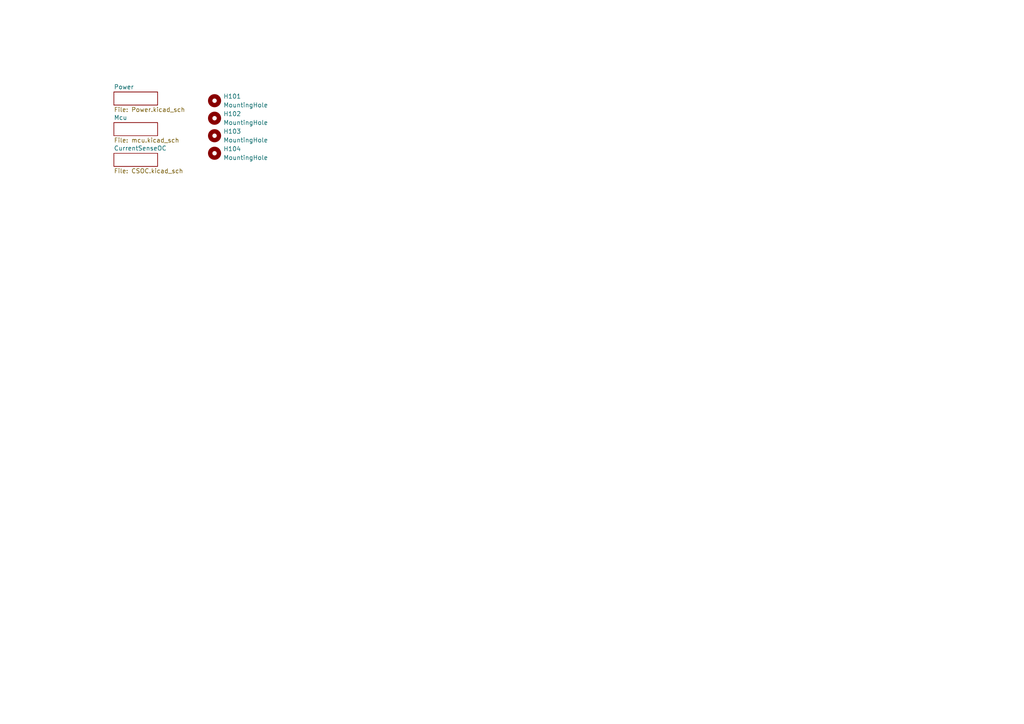
<source format=kicad_sch>
(kicad_sch (version 20231120) (generator "eeschema") (generator_version "8.0")
  (paper "A4")
  (lib_symbols
    (symbol "Mechanical:MountingHole" (pin_names (offset 1.016)) (exclude_from_sim yes) (in_bom no)
      (property "Reference" "H" (at 0 5.08 0))
      (property "Value" "MountingHole" (at 0 3.175 0))
      (symbol "MountingHole_0_1"
        (circle (center 0 0) (radius 1.27) (stroke (width 1.27)))
      )
    )
  )
  (symbol (lib_id "Mechanical:MountingHole") (at 62.23 29.21 0) (unit 1) (exclude_from_sim yes) (in_bom no)
    (property "Reference" "H101" (at 64.77 27.9399 0) (effects (justify left)))
    (property "Value" "MountingHole" (at 64.77 30.4799 0) (effects (justify left)))
    (property "Footprint" "MountingHole:MountingHole_4mm" (effects (hide yes)))
    (property "Description" "Mounting Hole without connection" (effects (hide yes)))
  )
  (symbol (lib_id "Mechanical:MountingHole") (at 62.23 39.37 0) (unit 1) (exclude_from_sim yes) (in_bom no)
    (property "Reference" "H103" (at 64.77 38.0999 0) (effects (justify left)))
    (property "Value" "MountingHole" (at 64.77 40.6399 0) (effects (justify left)))
    (property "Footprint" "MountingHole:MountingHole_4mm" (effects (hide yes)))
    (property "Description" "Mounting Hole without connection" (effects (hide yes)))
  )
  (symbol (lib_id "Mechanical:MountingHole") (at 62.23 34.29 0) (unit 1) (exclude_from_sim yes) (in_bom no)
    (property "Reference" "H102" (at 64.77 33.0199 0) (effects (justify left)))
    (property "Value" "MountingHole" (at 64.77 35.5599 0) (effects (justify left)))
    (property "Footprint" "MountingHole:MountingHole_4mm" (effects (hide yes)))
    (property "Description" "Mounting Hole without connection" (effects (hide yes)))
  )
  (symbol (lib_id "Mechanical:MountingHole") (at 62.23 44.45 0) (unit 1) (exclude_from_sim yes) (in_bom no)
    (property "Reference" "H104" (at 64.77 43.1799 0) (effects (justify left)))
    (property "Value" "MountingHole" (at 64.77 45.7199 0) (effects (justify left)))
    (property "Footprint" "MountingHole:MountingHole_4mm" (effects (hide yes)))
    (property "Description" "Mounting Hole without connection" (effects (hide yes)))
  )
  (sheet (at 33.02 35.56) (size 12.7 3.81) (stroke (width 0.1524))
    (property "Sheetname" "Mcu" (at 33.02 34.8484 0) (effects (justify left bottom)))
    (property "Sheetfile" "mcu.kicad_sch" (at 33.02 39.9546 0) (effects (justify left top)))
  )
  (sheet (at 33.02 44.45) (size 12.7 3.81) (stroke (width 0.1524))
    (property "Sheetname" "CurrentSenseOC" (at 33.02 43.7384 0) (effects (justify left bottom)))
    (property "Sheetfile" "CSOC.kicad_sch" (at 33.02 48.8446 0) (effects (justify left top)))
  )
  (sheet (at 33.02 26.67) (size 12.7 3.81) (stroke (width 0.1524))
    (property "Sheetname" "Power" (at 33.02 25.9584 0) (effects (justify left bottom)))
    (property "Sheetfile" "Power.kicad_sch" (at 33.02 31.0646 0) (effects (justify left top)))
  )
)
</source>
